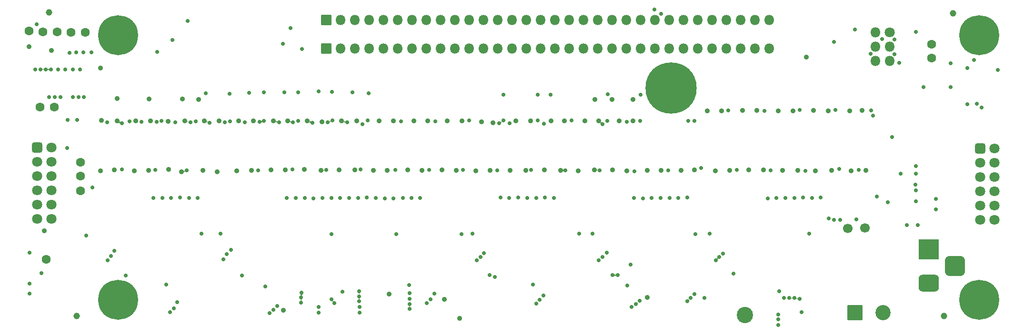
<source format=gbr>
%TF.GenerationSoftware,KiCad,Pcbnew,(6.0.0-0)*%
%TF.CreationDate,2022-08-24T22:51:58-06:00*%
%TF.ProjectId,FlippyDriver,466c6970-7079-4447-9269-7665722e6b69,C.2*%
%TF.SameCoordinates,Original*%
%TF.FileFunction,Soldermask,Bot*%
%TF.FilePolarity,Negative*%
%FSLAX46Y46*%
G04 Gerber Fmt 4.6, Leading zero omitted, Abs format (unit mm)*
G04 Created by KiCad (PCBNEW (6.0.0-0)) date 2022-08-24 22:51:58*
%MOMM*%
%LPD*%
G01*
G04 APERTURE LIST*
G04 Aperture macros list*
%AMRoundRect*
0 Rectangle with rounded corners*
0 $1 Rounding radius*
0 $2 $3 $4 $5 $6 $7 $8 $9 X,Y pos of 4 corners*
0 Add a 4 corners polygon primitive as box body*
4,1,4,$2,$3,$4,$5,$6,$7,$8,$9,$2,$3,0*
0 Add four circle primitives for the rounded corners*
1,1,$1+$1,$2,$3*
1,1,$1+$1,$4,$5*
1,1,$1+$1,$6,$7*
1,1,$1+$1,$8,$9*
0 Add four rect primitives between the rounded corners*
20,1,$1+$1,$2,$3,$4,$5,0*
20,1,$1+$1,$4,$5,$6,$7,0*
20,1,$1+$1,$6,$7,$8,$9,0*
20,1,$1+$1,$8,$9,$2,$3,0*%
G04 Aperture macros list end*
%ADD10C,1.152000*%
%ADD11C,1.800000*%
%ADD12O,1.800000X1.800000*%
%ADD13RoundRect,0.050000X0.850000X-0.850000X0.850000X0.850000X-0.850000X0.850000X-0.850000X-0.850000X0*%
%ADD14C,7.100000*%
%ADD15C,4.000000*%
%ADD16C,9.100000*%
%ADD17C,5.000000*%
%ADD18RoundRect,0.925000X0.875000X-0.875000X0.875000X0.875000X-0.875000X0.875000X-0.875000X-0.875000X0*%
%ADD19RoundRect,0.800000X1.000000X-0.750000X1.000000X0.750000X-1.000000X0.750000X-1.000000X-0.750000X0*%
%ADD20RoundRect,0.050000X1.750000X-1.750000X1.750000X1.750000X-1.750000X1.750000X-1.750000X-1.750000X0*%
%ADD21C,2.900000*%
%ADD22C,2.700000*%
%ADD23RoundRect,0.050000X-1.300000X-1.300000X1.300000X-1.300000X1.300000X1.300000X-1.300000X1.300000X0*%
%ADD24RoundRect,0.300000X-0.600000X-0.600000X0.600000X-0.600000X0.600000X0.600000X-0.600000X0.600000X0*%
%ADD25C,1.600000*%
%ADD26C,0.700000*%
%ADD27C,0.900000*%
%ADD28C,1.700000*%
G04 APERTURE END LIST*
D10*
%TO.C,REF\u002A\u002A*%
X220100000Y-123900000D03*
%TD*%
%TO.C,REF\u002A\u002A*%
X221700000Y-70000000D03*
%TD*%
%TO.C,REF\u002A\u002A*%
X61000000Y-69900000D03*
%TD*%
%TO.C,REF\u002A\u002A*%
X65900000Y-123900000D03*
%TD*%
D11*
%TO.C,J6*%
X210425000Y-73425000D03*
D12*
X207885000Y-73425000D03*
X210425000Y-75965000D03*
X207885000Y-75965000D03*
X210425000Y-78505000D03*
X207885000Y-78505000D03*
%TD*%
D13*
%TO.C,J3*%
X110230000Y-76340000D03*
X110230000Y-71260000D03*
D12*
X112770000Y-76340000D03*
X112770000Y-71260000D03*
X115310000Y-76340000D03*
X115310000Y-71260000D03*
X117850000Y-76340000D03*
X117850000Y-71260000D03*
X120390000Y-76340000D03*
X120390000Y-71260000D03*
X122930000Y-76340000D03*
X122930000Y-71260000D03*
X125470000Y-76340000D03*
X125470000Y-71260000D03*
X128010000Y-76340000D03*
X128010000Y-71260000D03*
X130550000Y-76340000D03*
X130550000Y-71260000D03*
X133090000Y-76340000D03*
X133090000Y-71260000D03*
X135630000Y-76340000D03*
X135630000Y-71260000D03*
X138170000Y-76340000D03*
X138170000Y-71260000D03*
X140710000Y-76340000D03*
X140710000Y-71260000D03*
X143250000Y-76340000D03*
X143250000Y-71260000D03*
X145790000Y-76340000D03*
X145790000Y-71260000D03*
X148330000Y-76340000D03*
X148330000Y-71260000D03*
X150870000Y-76340000D03*
X150870000Y-71260000D03*
X153410000Y-76340000D03*
X153410000Y-71260000D03*
X155950000Y-76340000D03*
X155950000Y-71260000D03*
X158490000Y-76340000D03*
X158490000Y-71260000D03*
X161030000Y-76340000D03*
X161030000Y-71260000D03*
X163570000Y-76340000D03*
X163570000Y-71260000D03*
X166110000Y-76340000D03*
X166110000Y-71260000D03*
X168650000Y-76340000D03*
X168650000Y-71260000D03*
X171190000Y-76340000D03*
X171190000Y-71260000D03*
X173730000Y-76340000D03*
X173730000Y-71260000D03*
X176270000Y-76340000D03*
X176270000Y-71260000D03*
X178810000Y-76340000D03*
X178810000Y-71260000D03*
X181350000Y-76340000D03*
X181350000Y-71260000D03*
X183890000Y-76340000D03*
X183890000Y-71260000D03*
X186430000Y-76340000D03*
X186430000Y-71260000D03*
X188970000Y-76340000D03*
X188970000Y-71260000D03*
%TD*%
D14*
%TO.C,H1*%
X226314000Y-73914000D03*
D15*
X226314000Y-73914000D03*
%TD*%
%TO.C,H2*%
X73279000Y-73914000D03*
D14*
X73279000Y-73914000D03*
%TD*%
D15*
%TO.C,H4*%
X73279000Y-121031000D03*
D14*
X73279000Y-121031000D03*
%TD*%
D16*
%TO.C,H5*%
X171577000Y-83312000D03*
D17*
X171577000Y-83312000D03*
%TD*%
D15*
%TO.C,H3*%
X226314000Y-121031000D03*
D14*
X226314000Y-121031000D03*
%TD*%
D18*
%TO.C,J5*%
X222042500Y-115000000D03*
D19*
X217342500Y-118000000D03*
D20*
X217342500Y-112000000D03*
%TD*%
D21*
%TO.C,TP6*%
X184700000Y-123700000D03*
%TD*%
D22*
%TO.C,J7*%
X209200000Y-123305000D03*
D23*
X204200000Y-123305000D03*
%TD*%
D11*
%TO.C,J1*%
X229037500Y-106750000D03*
X226497500Y-106750000D03*
X229037500Y-104210000D03*
X226497500Y-104210000D03*
X229037500Y-101670000D03*
X226497500Y-101670000D03*
X229037500Y-99130000D03*
X226497500Y-99130000D03*
X229037500Y-96590000D03*
X226497500Y-96590000D03*
X229037500Y-94050000D03*
D24*
X226497500Y-94050000D03*
%TD*%
D11*
%TO.C,J2*%
X61387500Y-106650000D03*
X58847500Y-106650000D03*
X61387500Y-104110000D03*
X58847500Y-104110000D03*
X61387500Y-101570000D03*
X58847500Y-101570000D03*
X61387500Y-99030000D03*
X58847500Y-99030000D03*
X61387500Y-96490000D03*
X58847500Y-96490000D03*
X61387500Y-93950000D03*
D24*
X58847500Y-93950000D03*
%TD*%
D25*
%TO.C,TP12*%
X59900000Y-73300000D03*
%TD*%
%TO.C,TP11*%
X57400000Y-73200000D03*
%TD*%
%TO.C,TP15*%
X66600000Y-99000000D03*
%TD*%
%TO.C,TP2*%
X64900000Y-73400000D03*
%TD*%
%TO.C,TP4*%
X59400000Y-86700000D03*
%TD*%
%TO.C,TP13*%
X60500000Y-113800000D03*
%TD*%
%TO.C,TP7*%
X66600000Y-96500000D03*
%TD*%
%TO.C,TP14*%
X66600000Y-101600000D03*
%TD*%
%TO.C,TP3*%
X67400000Y-73400000D03*
%TD*%
%TO.C,TP1*%
X62400000Y-73300000D03*
%TD*%
%TO.C,TP9*%
X217900000Y-78000000D03*
%TD*%
%TO.C,TP5*%
X61900000Y-86700000D03*
%TD*%
%TO.C,TP10*%
X217900000Y-75500000D03*
%TD*%
D26*
X116734450Y-89766926D03*
X113950688Y-89450688D03*
X117800000Y-84300000D03*
X114900000Y-84050000D03*
X141750000Y-84500500D03*
X73905743Y-89595633D03*
X141009669Y-89591706D03*
X71300000Y-89400000D03*
X147878528Y-84500500D03*
X110534574Y-89466802D03*
X142834339Y-89565659D03*
X107800688Y-89500688D03*
X150125458Y-84500500D03*
X148954539Y-89648948D03*
X160295016Y-84450500D03*
X111250000Y-84000000D03*
X159393090Y-89796490D03*
X108900000Y-83950000D03*
X166100000Y-84500000D03*
X80095463Y-89342379D03*
X163699500Y-89300000D03*
X77450688Y-89350688D03*
X175750000Y-89150000D03*
X104377611Y-89423764D03*
X174600000Y-89200000D03*
X101846692Y-89454683D03*
X105300000Y-84100000D03*
X102800000Y-84100000D03*
X86110106Y-89410106D03*
X83450688Y-89450688D03*
X98375682Y-89352193D03*
X95800000Y-89400000D03*
X93100000Y-84350000D03*
X207500000Y-88200000D03*
X88850500Y-84300000D03*
X92200688Y-89400688D03*
X99200000Y-84100000D03*
X89544744Y-89500000D03*
X96550000Y-84150000D03*
X72600000Y-112300000D03*
X83800000Y-121400000D03*
X93300000Y-112100000D03*
X101500000Y-122100000D03*
X63000000Y-84900000D03*
X100900000Y-122800000D03*
X62000000Y-84900000D03*
X92600000Y-112900000D03*
X83200000Y-122500000D03*
X72000000Y-113200000D03*
X61000000Y-84900000D03*
X82500000Y-123200000D03*
X71400000Y-114000000D03*
X92000000Y-113800000D03*
X100200000Y-123400000D03*
X190600000Y-125500000D03*
X179500000Y-114000000D03*
X65200000Y-84900000D03*
X128100000Y-121600000D03*
X175700000Y-120000000D03*
X158700000Y-114000000D03*
X137000000Y-114000000D03*
X147600000Y-121700000D03*
X164500000Y-122300000D03*
X190600000Y-124500000D03*
X148200000Y-121000000D03*
X165300000Y-121773500D03*
X137700000Y-113400000D03*
X128800000Y-120900000D03*
X159400000Y-113400000D03*
X66200000Y-84900000D03*
X180100000Y-113400000D03*
X175000000Y-120700000D03*
X148877708Y-120277708D03*
X67200000Y-84900000D03*
X129500000Y-119900000D03*
X190600000Y-123600000D03*
X174400000Y-121300000D03*
X166000000Y-121200000D03*
X138300000Y-112700000D03*
X180800000Y-112800000D03*
X160100000Y-112600000D03*
X200500000Y-106800000D03*
X192600000Y-120700000D03*
X199600000Y-106500000D03*
X191600000Y-120700000D03*
X194400000Y-120800000D03*
X204500000Y-106700000D03*
X193500000Y-120700000D03*
X201600000Y-106800000D03*
X124980000Y-118420000D03*
X229600000Y-80100000D03*
X169800000Y-70100000D03*
X190743750Y-119443750D03*
X136250000Y-109275000D03*
X67600000Y-109600000D03*
X85657500Y-71357500D03*
X177500000Y-120700000D03*
X210845516Y-92059511D03*
X81800000Y-118300000D03*
X91425000Y-109225000D03*
X99450000Y-118600000D03*
X216400000Y-83200000D03*
X58500000Y-80000000D03*
X163762500Y-118437500D03*
X146982500Y-118267500D03*
X178395000Y-109255000D03*
X113165000Y-119535000D03*
X57500000Y-118100000D03*
X58800000Y-72000000D03*
X157595000Y-109255000D03*
X102537500Y-75462500D03*
X211300000Y-74700000D03*
X224200000Y-79800000D03*
X224200000Y-86200000D03*
X213500000Y-107700000D03*
X221300000Y-78900000D03*
X221300000Y-83200000D03*
X211300000Y-77300000D03*
X215400000Y-107700000D03*
D27*
X106400000Y-97800000D03*
X142950000Y-97950000D03*
X185400000Y-97900000D03*
X76400000Y-89200000D03*
X57400000Y-76000000D03*
X203300000Y-87400000D03*
X156200000Y-89200000D03*
X121400000Y-120000000D03*
X125800000Y-89200000D03*
X184300000Y-87300000D03*
X60100000Y-108700000D03*
X88325000Y-98000000D03*
X179400000Y-98100000D03*
X190600000Y-87400000D03*
X124725000Y-97900000D03*
X144000000Y-89200000D03*
D26*
X200500000Y-75100000D03*
D27*
X197200000Y-98100000D03*
X134000000Y-124300000D03*
X162300000Y-89200000D03*
D26*
X161179895Y-116620104D03*
X62600000Y-80000000D03*
D27*
X112575000Y-97900000D03*
X136875000Y-98025000D03*
X196900000Y-87300000D03*
X137900000Y-89300000D03*
X150200000Y-89200000D03*
D26*
X139300000Y-116600000D03*
X164400000Y-114700000D03*
D27*
X100425000Y-97875000D03*
X70300000Y-89100000D03*
X131300000Y-120900000D03*
X191400000Y-98000000D03*
X155075000Y-98025000D03*
X167300000Y-98000000D03*
X113000000Y-89200000D03*
X82165879Y-89296544D03*
X94350000Y-98075000D03*
X203600000Y-98100000D03*
X161175000Y-97875000D03*
D26*
X105800000Y-120600000D03*
D27*
X119700000Y-89200000D03*
X88600000Y-89200000D03*
X173300000Y-98000000D03*
X100900000Y-89200000D03*
D26*
X225900000Y-86100000D03*
D27*
X149025000Y-97925000D03*
X70163714Y-98063714D03*
X167300000Y-120600000D03*
X82205503Y-97819497D03*
X76100000Y-98100000D03*
X118650000Y-98000000D03*
X130800000Y-97925000D03*
D26*
X207000000Y-77200000D03*
D27*
X94700000Y-89200000D03*
D26*
X64206033Y-94000000D03*
D27*
X102600000Y-122900000D03*
X131800000Y-89200000D03*
X106900000Y-89200000D03*
X195600000Y-77800000D03*
X178000000Y-87400000D03*
X115300000Y-97900000D03*
X134400000Y-89200000D03*
X164800000Y-85400000D03*
X97326500Y-89200000D03*
X127300000Y-98000000D03*
X139400000Y-98000000D03*
X128300000Y-89200000D03*
X145700000Y-98000000D03*
X199500000Y-87400000D03*
X72600000Y-97900000D03*
X186800000Y-87300000D03*
D26*
X196127708Y-109227708D03*
D27*
X152600000Y-89200000D03*
X163700000Y-98100000D03*
X206200000Y-98000000D03*
X146600000Y-89200000D03*
D26*
X175900000Y-109300000D03*
D27*
X180500000Y-87400000D03*
X73100000Y-89200000D03*
X85118837Y-89200000D03*
D26*
X57500000Y-119900000D03*
X134300000Y-109300000D03*
D27*
X79039504Y-89196963D03*
X164800000Y-89200000D03*
D28*
X206000000Y-108200000D03*
D27*
X161099999Y-85400001D03*
D26*
X122700000Y-109300000D03*
D27*
X87600000Y-85400000D03*
X91200000Y-89200000D03*
X84500000Y-98200000D03*
X115700000Y-89200000D03*
X169800000Y-98000000D03*
X122200000Y-89200000D03*
D26*
X111200000Y-109300000D03*
D27*
X139900000Y-89500000D03*
X158700000Y-89200000D03*
X78800000Y-85300000D03*
X182000000Y-98000000D03*
X78700000Y-97967447D03*
X194100000Y-98000000D03*
X200100000Y-98000000D03*
X188000000Y-97900000D03*
X109300000Y-98000000D03*
X84700000Y-85300000D03*
X121100000Y-98000000D03*
D28*
X203000000Y-108300000D03*
D27*
X109500000Y-89300000D03*
X193200000Y-87400000D03*
X103000000Y-97900000D03*
D26*
X88100000Y-109200000D03*
D27*
X70100000Y-79800000D03*
X133400000Y-98000000D03*
X103400000Y-89200000D03*
X73106243Y-85217396D03*
X157900000Y-97900000D03*
X175672205Y-97872205D03*
X97000000Y-98000000D03*
X158000000Y-85400000D03*
X151900000Y-98000000D03*
X205500000Y-87300000D03*
X90900000Y-98200000D03*
D26*
X155200000Y-109200000D03*
X63900000Y-80000000D03*
X59600000Y-116300000D03*
X57500000Y-112600000D03*
X82900000Y-74747500D03*
X108900000Y-123300000D03*
X116200000Y-123300000D03*
X68500000Y-77000000D03*
X209100000Y-74600000D03*
X105975000Y-76425000D03*
X212100000Y-78800000D03*
X226800000Y-86800000D03*
X125100000Y-121750000D03*
X182685445Y-116373500D03*
X125050000Y-119850000D03*
X140250000Y-116925000D03*
X125100000Y-120800000D03*
X162044309Y-116639756D03*
X125100000Y-122650000D03*
X194800000Y-123200000D03*
X66000000Y-89000000D03*
X116100000Y-119500000D03*
X116100000Y-120400000D03*
X61300000Y-80000000D03*
X60400000Y-80000000D03*
X116100000Y-121300000D03*
X105800000Y-121500000D03*
X59500000Y-80000000D03*
X64300000Y-89000000D03*
X105863249Y-119763250D03*
X66500000Y-80000000D03*
X225400000Y-78300000D03*
X65200000Y-80000000D03*
X215100000Y-73300000D03*
X123550000Y-89250000D03*
X119075000Y-102875000D03*
X117495000Y-102805000D03*
X122525000Y-97925000D03*
X129650000Y-89275000D03*
X122235000Y-102985000D03*
X120655000Y-102980000D03*
X128550000Y-97850000D03*
X135700000Y-89100000D03*
X125425000Y-102900000D03*
X134600000Y-97900000D03*
X123862292Y-102882292D03*
X141225000Y-102825000D03*
X141750000Y-89125000D03*
X126975000Y-102850000D03*
X140675000Y-97950000D03*
X147825000Y-89100000D03*
X144391666Y-102808334D03*
X146700000Y-97925000D03*
X142808333Y-102866667D03*
X153900000Y-89100000D03*
X147558332Y-102858332D03*
X152775000Y-97975000D03*
X145974999Y-102925001D03*
X150725000Y-102875000D03*
X160199001Y-89211533D03*
X158875000Y-97950000D03*
X149141665Y-102833335D03*
X166025000Y-89150000D03*
X166550000Y-102975000D03*
X164975000Y-102850000D03*
X165025000Y-98150000D03*
X171050000Y-97950000D03*
X168125000Y-102850000D03*
X176852708Y-97577708D03*
X169700000Y-102875000D03*
X181750000Y-87275000D03*
X171275000Y-102850000D03*
X183225000Y-97850000D03*
X172848708Y-102850844D03*
X188150000Y-87425000D03*
X174425000Y-102800000D03*
X188725000Y-102950000D03*
X189250000Y-97975000D03*
X194450000Y-87250000D03*
X190300000Y-102875000D03*
X191875000Y-102900000D03*
X195400000Y-98100000D03*
X193450000Y-102925000D03*
X200750000Y-87250000D03*
X195025000Y-102825000D03*
X201422023Y-97730111D03*
X196600000Y-102875000D03*
X207100000Y-87300000D03*
X198175000Y-102825000D03*
X204950000Y-97875000D03*
X116375000Y-97825000D03*
X114335000Y-102885000D03*
X75325000Y-89250000D03*
X81108333Y-102916667D03*
X115915000Y-102890000D03*
X117599001Y-89125000D03*
X79519863Y-102869863D03*
X73978170Y-97846830D03*
X110300000Y-97925000D03*
X111175000Y-102875000D03*
X81000000Y-89150000D03*
X84274999Y-102825001D03*
X112755000Y-102920000D03*
X111350000Y-89075000D03*
X79900000Y-97900000D03*
X82691666Y-102858334D03*
X108015000Y-102965000D03*
X104250000Y-97770478D03*
X87441665Y-102916665D03*
X87075000Y-89275000D03*
X105300000Y-89150000D03*
X109595000Y-102880000D03*
X85467000Y-98017954D03*
X85858332Y-102866668D03*
X104855000Y-102920000D03*
X98175000Y-97975000D03*
X93150000Y-89250000D03*
X103275000Y-102925000D03*
X106435000Y-102885000D03*
X99200000Y-89175000D03*
X103900000Y-72700000D03*
X168600000Y-69400000D03*
X218666511Y-103033489D03*
X108900000Y-122300000D03*
X208100000Y-102600000D03*
X218600000Y-104900000D03*
X215100000Y-103500000D03*
X215000000Y-100500000D03*
X116200000Y-122300000D03*
X68700000Y-101000000D03*
X74600000Y-116700000D03*
X111173500Y-120903319D03*
X95300000Y-116700000D03*
X111700000Y-121600000D03*
X67100000Y-77000000D03*
X204200000Y-72900000D03*
X210055503Y-103644497D03*
X65800000Y-77000000D03*
X215090807Y-101510000D03*
X64600000Y-77100000D03*
X212400000Y-98600000D03*
X215100000Y-97200000D03*
D27*
X61400000Y-76600000D03*
D26*
X80200000Y-76900000D03*
X215100000Y-98600000D03*
G36*
X190701446Y-123932920D02*
G01*
X190701759Y-123934896D01*
X190700940Y-123935882D01*
X190651093Y-123966563D01*
X190620614Y-124030008D01*
X190629274Y-124099858D01*
X190674416Y-124154049D01*
X190692914Y-124162772D01*
X190694054Y-124164415D01*
X190693201Y-124166224D01*
X190691748Y-124166556D01*
X190600000Y-124152025D01*
X190501994Y-124167547D01*
X190500127Y-124166831D01*
X190499814Y-124164855D01*
X190500612Y-124163882D01*
X190550427Y-124132373D01*
X190580127Y-124068561D01*
X190570612Y-123998822D01*
X190524803Y-123945177D01*
X190508379Y-123937433D01*
X190507239Y-123935790D01*
X190508092Y-123933981D01*
X190509545Y-123933649D01*
X190600000Y-123947975D01*
X190699579Y-123932204D01*
X190701446Y-123932920D01*
G37*
G36*
X125201446Y-122082920D02*
G01*
X125201759Y-122084896D01*
X125200940Y-122085882D01*
X125151093Y-122116563D01*
X125120614Y-122180008D01*
X125129274Y-122249858D01*
X125174416Y-122304049D01*
X125192914Y-122312772D01*
X125194054Y-122314415D01*
X125193201Y-122316224D01*
X125191748Y-122316556D01*
X125100000Y-122302025D01*
X125001994Y-122317547D01*
X125000127Y-122316831D01*
X124999814Y-122314855D01*
X125000612Y-122313882D01*
X125050427Y-122282373D01*
X125080127Y-122218561D01*
X125070612Y-122148822D01*
X125024803Y-122095177D01*
X125008379Y-122087433D01*
X125007239Y-122085790D01*
X125008092Y-122083981D01*
X125009545Y-122083649D01*
X125100000Y-122097975D01*
X125199579Y-122082204D01*
X125201446Y-122082920D01*
G37*
G36*
X165684486Y-121337813D02*
G01*
X165718483Y-121404536D01*
X165793983Y-121480036D01*
X165794501Y-121481968D01*
X165793087Y-121483382D01*
X165791975Y-121483360D01*
X165737930Y-121466540D01*
X165670084Y-121485281D01*
X165623142Y-121537725D01*
X165611982Y-121607367D01*
X165620105Y-121635969D01*
X165619616Y-121637908D01*
X165617692Y-121638454D01*
X165616399Y-121637423D01*
X165581517Y-121568964D01*
X165506382Y-121493829D01*
X165505864Y-121491897D01*
X165507278Y-121490483D01*
X165508367Y-121490498D01*
X165563764Y-121506999D01*
X165631373Y-121487432D01*
X165677672Y-121434419D01*
X165687983Y-121364633D01*
X165680780Y-121339267D01*
X165681269Y-121337328D01*
X165683193Y-121336782D01*
X165684486Y-121337813D01*
G37*
G36*
X111473281Y-121078618D02*
G01*
X111473404Y-121080579D01*
X111469906Y-121087799D01*
X111458256Y-121157519D01*
X111486030Y-121222192D01*
X111544351Y-121261578D01*
X111608258Y-121262535D01*
X111609975Y-121263561D01*
X111609945Y-121265561D01*
X111608541Y-121266510D01*
X111592471Y-121269055D01*
X111495464Y-121318483D01*
X111418483Y-121395464D01*
X111398387Y-121434903D01*
X111396710Y-121435992D01*
X111394928Y-121435084D01*
X111394795Y-121433145D01*
X111403702Y-121414174D01*
X111414500Y-121344316D01*
X111385939Y-121279987D01*
X111327128Y-121241309D01*
X111267566Y-121240416D01*
X111265849Y-121239390D01*
X111265879Y-121237390D01*
X111267283Y-121236441D01*
X111281029Y-121234264D01*
X111378036Y-121184836D01*
X111455017Y-121107855D01*
X111469822Y-121078799D01*
X111471499Y-121077710D01*
X111473281Y-121078618D01*
G37*
G36*
X174670563Y-120810489D02*
G01*
X174718483Y-120904536D01*
X174795464Y-120981517D01*
X174879821Y-121024499D01*
X174880910Y-121026176D01*
X174880002Y-121027958D01*
X174878879Y-121028281D01*
X174816302Y-121027203D01*
X174756445Y-121064231D01*
X174726111Y-121127735D01*
X174734612Y-121191107D01*
X174733851Y-121192957D01*
X174731869Y-121193223D01*
X174730848Y-121192281D01*
X174681517Y-121095464D01*
X174604536Y-121018483D01*
X174520876Y-120975856D01*
X174519787Y-120974179D01*
X174520695Y-120972397D01*
X174521794Y-120972074D01*
X174585764Y-120972394D01*
X174645166Y-120934638D01*
X174674727Y-120870756D01*
X174666799Y-120811663D01*
X174667560Y-120809813D01*
X174669542Y-120809547D01*
X174670563Y-120810489D01*
G37*
G36*
X105901446Y-120932920D02*
G01*
X105901759Y-120934896D01*
X105900940Y-120935882D01*
X105851093Y-120966563D01*
X105820614Y-121030008D01*
X105829274Y-121099858D01*
X105874416Y-121154049D01*
X105892914Y-121162772D01*
X105894054Y-121164415D01*
X105893201Y-121166224D01*
X105891748Y-121166556D01*
X105800000Y-121152025D01*
X105701994Y-121167547D01*
X105700127Y-121166831D01*
X105699814Y-121164855D01*
X105700612Y-121163882D01*
X105750427Y-121132373D01*
X105780127Y-121068561D01*
X105770612Y-120998822D01*
X105724803Y-120945177D01*
X105708379Y-120937433D01*
X105707239Y-120935790D01*
X105708092Y-120933981D01*
X105709545Y-120933649D01*
X105800000Y-120947975D01*
X105899579Y-120932204D01*
X105901446Y-120932920D01*
G37*
G36*
X116201446Y-120732920D02*
G01*
X116201759Y-120734896D01*
X116200940Y-120735882D01*
X116151093Y-120766563D01*
X116120614Y-120830008D01*
X116129274Y-120899858D01*
X116174416Y-120954049D01*
X116192914Y-120962772D01*
X116194054Y-120964415D01*
X116193201Y-120966224D01*
X116191748Y-120966556D01*
X116100000Y-120952025D01*
X116001994Y-120967547D01*
X116000127Y-120966831D01*
X115999814Y-120964855D01*
X116000612Y-120963882D01*
X116050427Y-120932373D01*
X116080127Y-120868561D01*
X116070612Y-120798822D01*
X116024803Y-120745177D01*
X116008379Y-120737433D01*
X116007239Y-120735790D01*
X116008092Y-120733981D01*
X116009545Y-120733649D01*
X116100000Y-120747975D01*
X116199579Y-120732204D01*
X116201446Y-120732920D01*
G37*
G36*
X193841466Y-120633796D02*
G01*
X193870470Y-120697400D01*
X193929659Y-120735486D01*
X194000045Y-120735526D01*
X194059410Y-120697420D01*
X194071622Y-120678649D01*
X194073404Y-120677743D01*
X194075081Y-120678833D01*
X194075080Y-120680648D01*
X194069055Y-120692471D01*
X194052025Y-120800000D01*
X194067227Y-120895985D01*
X194066511Y-120897852D01*
X194064535Y-120898165D01*
X194063421Y-120897103D01*
X194062310Y-120894578D01*
X194062158Y-120894032D01*
X194058925Y-120869303D01*
X194030385Y-120804635D01*
X193971664Y-120765827D01*
X193901285Y-120764928D01*
X193841459Y-120802303D01*
X193827227Y-120823606D01*
X193825433Y-120824491D01*
X193823770Y-120823380D01*
X193823782Y-120821587D01*
X193830945Y-120807529D01*
X193847975Y-120700000D01*
X193837671Y-120634939D01*
X193838387Y-120633072D01*
X193840363Y-120632759D01*
X193841466Y-120633796D01*
G37*
G36*
X193167592Y-120598145D02*
G01*
X193167926Y-120599601D01*
X193152025Y-120700000D01*
X193167654Y-120798681D01*
X193166938Y-120800548D01*
X193164962Y-120800861D01*
X193164149Y-120800283D01*
X193120009Y-120747891D01*
X193052759Y-120727126D01*
X192984950Y-120746019D01*
X192938410Y-120797780D01*
X192935500Y-120803787D01*
X192933845Y-120804910D01*
X192932045Y-120804038D01*
X192931725Y-120802602D01*
X192947975Y-120700000D01*
X192932352Y-120601357D01*
X192933068Y-120599490D01*
X192935044Y-120599177D01*
X192935841Y-120599737D01*
X192981950Y-120653128D01*
X193049451Y-120673071D01*
X193117022Y-120653351D01*
X193162927Y-120601023D01*
X193164141Y-120598438D01*
X193165782Y-120597295D01*
X193167592Y-120598145D01*
G37*
G36*
X105685120Y-120058222D02*
G01*
X105755720Y-120094195D01*
X105863249Y-120111225D01*
X105970778Y-120094195D01*
X106025804Y-120066158D01*
X106027801Y-120066263D01*
X106028709Y-120068045D01*
X106027758Y-120069644D01*
X105988987Y-120093449D01*
X105990619Y-120096107D01*
X105990673Y-120098106D01*
X105989973Y-120098850D01*
X105959358Y-120117925D01*
X105929226Y-120181533D01*
X105938266Y-120251330D01*
X105981939Y-120302653D01*
X105982300Y-120304620D01*
X105980777Y-120305916D01*
X105979508Y-120305731D01*
X105907529Y-120269055D01*
X105800000Y-120252025D01*
X105692471Y-120269055D01*
X105634798Y-120298441D01*
X105632801Y-120298336D01*
X105631893Y-120296554D01*
X105632823Y-120294968D01*
X105670237Y-120271362D01*
X105669521Y-120270227D01*
X105669442Y-120268229D01*
X105670143Y-120267470D01*
X105705192Y-120245303D01*
X105734893Y-120181492D01*
X105725380Y-120111747D01*
X105682685Y-120061296D01*
X105682330Y-120059328D01*
X105683856Y-120058036D01*
X105685120Y-120058222D01*
G37*
G36*
X116201446Y-119832920D02*
G01*
X116201759Y-119834896D01*
X116200940Y-119835882D01*
X116151093Y-119866563D01*
X116120614Y-119930008D01*
X116129274Y-119999858D01*
X116174416Y-120054049D01*
X116192914Y-120062772D01*
X116194054Y-120064415D01*
X116193201Y-120066224D01*
X116191748Y-120066556D01*
X116100000Y-120052025D01*
X116001994Y-120067547D01*
X116000127Y-120066831D01*
X115999814Y-120064855D01*
X116000612Y-120063882D01*
X116050427Y-120032373D01*
X116080127Y-119968561D01*
X116070612Y-119898822D01*
X116024803Y-119845177D01*
X116008379Y-119837433D01*
X116007239Y-119835790D01*
X116008092Y-119833981D01*
X116009545Y-119833649D01*
X116100000Y-119847975D01*
X116199579Y-119832204D01*
X116201446Y-119832920D01*
G37*
G36*
X161731531Y-116495242D02*
G01*
X161731419Y-116496793D01*
X161713364Y-116532227D01*
X161696334Y-116639756D01*
X161713364Y-116747285D01*
X161720994Y-116762259D01*
X161720889Y-116764256D01*
X161719107Y-116765164D01*
X161717682Y-116764456D01*
X161676725Y-116715841D01*
X161609475Y-116695075D01*
X161541666Y-116713967D01*
X161496780Y-116763889D01*
X161494879Y-116764509D01*
X161493391Y-116763171D01*
X161493511Y-116761644D01*
X161510840Y-116727633D01*
X161527870Y-116620104D01*
X161510840Y-116512575D01*
X161503536Y-116498240D01*
X161503641Y-116496243D01*
X161505423Y-116495335D01*
X161506832Y-116496025D01*
X161548875Y-116544710D01*
X161616376Y-116564653D01*
X161683948Y-116544934D01*
X161728134Y-116494566D01*
X161730027Y-116493923D01*
X161731531Y-116495242D01*
G37*
G36*
X179770563Y-113510489D02*
G01*
X179818483Y-113604536D01*
X179895464Y-113681517D01*
X179979821Y-113724499D01*
X179980910Y-113726176D01*
X179980002Y-113727958D01*
X179978879Y-113728281D01*
X179916302Y-113727203D01*
X179856445Y-113764231D01*
X179826111Y-113827735D01*
X179834612Y-113891107D01*
X179833851Y-113892957D01*
X179831869Y-113893223D01*
X179830848Y-113892281D01*
X179781517Y-113795464D01*
X179704536Y-113718483D01*
X179620876Y-113675856D01*
X179619787Y-113674179D01*
X179620695Y-113672397D01*
X179621794Y-113672074D01*
X179685764Y-113672394D01*
X179745166Y-113634638D01*
X179774727Y-113570756D01*
X179766799Y-113511663D01*
X179767560Y-113509813D01*
X179769542Y-113509547D01*
X179770563Y-113510489D01*
G37*
G36*
X85130130Y-97943056D02*
G01*
X85130625Y-97944714D01*
X85119025Y-98017954D01*
X85136055Y-98125483D01*
X85177698Y-98207211D01*
X85177593Y-98209208D01*
X85175811Y-98210116D01*
X85174385Y-98209406D01*
X85162871Y-98195709D01*
X85103989Y-98156608D01*
X85033611Y-98155554D01*
X84973848Y-98192707D01*
X84943921Y-98257971D01*
X84942290Y-98259128D01*
X84940472Y-98258295D01*
X84940131Y-98256805D01*
X84947868Y-98210817D01*
X84947998Y-98200131D01*
X84929973Y-98074268D01*
X84883317Y-97971653D01*
X84883511Y-97969662D01*
X84885331Y-97968834D01*
X84886725Y-97969607D01*
X84899348Y-97986058D01*
X84901208Y-97985812D01*
X84902000Y-97986405D01*
X84932820Y-98024650D01*
X84999605Y-98046879D01*
X85067802Y-98029472D01*
X85115859Y-97977855D01*
X85126745Y-97943792D01*
X85128225Y-97942447D01*
X85130130Y-97943056D01*
G37*
G36*
X152286725Y-97769607D02*
G01*
X152290151Y-97774072D01*
X152347234Y-97815753D01*
X152417466Y-97819937D01*
X152483391Y-97780712D01*
X152484459Y-97779504D01*
X152486356Y-97778868D01*
X152487854Y-97780192D01*
X152487740Y-97781736D01*
X152444055Y-97867471D01*
X152427025Y-97975000D01*
X152444055Y-98082529D01*
X152493483Y-98179536D01*
X152494298Y-98180351D01*
X152494816Y-98182283D01*
X152493402Y-98183697D01*
X152491778Y-98183431D01*
X152443941Y-98151663D01*
X152373563Y-98150609D01*
X152313680Y-98187836D01*
X152291406Y-98223299D01*
X152290612Y-98225215D01*
X152290351Y-98225667D01*
X152283501Y-98234595D01*
X152281653Y-98235361D01*
X152280066Y-98234143D01*
X152280114Y-98232506D01*
X152326774Y-98136200D01*
X152347868Y-98010817D01*
X152347998Y-98000131D01*
X152329973Y-97874268D01*
X152283317Y-97771653D01*
X152283511Y-97769662D01*
X152285331Y-97768834D01*
X152286725Y-97769607D01*
G37*
G36*
X109966333Y-97829873D02*
G01*
X109966828Y-97831532D01*
X109952025Y-97925000D01*
X109969055Y-98032529D01*
X109976379Y-98046903D01*
X109976274Y-98048900D01*
X109974492Y-98049808D01*
X109973067Y-98049100D01*
X109932196Y-98000588D01*
X109864946Y-97979823D01*
X109797142Y-97998715D01*
X109750223Y-98051367D01*
X109739261Y-98088562D01*
X109735590Y-98116447D01*
X109735455Y-98116951D01*
X109733033Y-98122799D01*
X109731446Y-98124017D01*
X109729598Y-98123252D01*
X109729213Y-98121702D01*
X109747868Y-98010817D01*
X109747998Y-98000131D01*
X109729973Y-97874268D01*
X109725255Y-97863891D01*
X109725449Y-97861900D01*
X109727269Y-97861072D01*
X109728633Y-97861808D01*
X109768918Y-97911799D01*
X109835703Y-97934028D01*
X109903900Y-97916621D01*
X109951958Y-97865004D01*
X109962948Y-97830610D01*
X109964428Y-97829265D01*
X109966333Y-97829873D01*
G37*
G36*
X146366333Y-97829873D02*
G01*
X146366828Y-97831532D01*
X146352025Y-97925000D01*
X146369055Y-98032529D01*
X146376379Y-98046903D01*
X146376274Y-98048900D01*
X146374492Y-98049808D01*
X146373067Y-98049100D01*
X146332196Y-98000588D01*
X146264946Y-97979823D01*
X146197142Y-97998715D01*
X146150223Y-98051367D01*
X146139261Y-98088562D01*
X146135590Y-98116447D01*
X146135455Y-98116951D01*
X146133033Y-98122799D01*
X146131446Y-98124017D01*
X146129598Y-98123252D01*
X146129213Y-98121702D01*
X146147868Y-98010817D01*
X146147998Y-98000131D01*
X146129973Y-97874268D01*
X146125255Y-97863891D01*
X146125449Y-97861900D01*
X146127269Y-97861072D01*
X146128633Y-97861808D01*
X146168918Y-97911799D01*
X146235703Y-97934028D01*
X146303900Y-97916621D01*
X146351958Y-97865004D01*
X146362948Y-97830610D01*
X146364428Y-97829265D01*
X146366333Y-97829873D01*
G37*
G36*
X158335078Y-97782138D02*
G01*
X158336878Y-97786484D01*
X158381229Y-97841521D01*
X158448014Y-97863749D01*
X158516200Y-97846345D01*
X158565138Y-97792437D01*
X158567043Y-97791826D01*
X158568524Y-97793171D01*
X158568401Y-97794689D01*
X158544055Y-97842471D01*
X158527025Y-97950000D01*
X158543689Y-98055216D01*
X158542973Y-98057083D01*
X158540997Y-98057396D01*
X158540184Y-98056818D01*
X158499898Y-98008999D01*
X158432647Y-97988234D01*
X158364869Y-98007118D01*
X158319044Y-98061184D01*
X158317161Y-98061859D01*
X158315635Y-98060566D01*
X158315718Y-98059019D01*
X158326774Y-98036200D01*
X158347868Y-97910817D01*
X158347998Y-97900131D01*
X158331250Y-97783187D01*
X158331995Y-97781330D01*
X158333974Y-97781047D01*
X158335078Y-97782138D01*
G37*
G36*
X159140059Y-89275320D02*
G01*
X159140768Y-89277123D01*
X159134148Y-89327400D01*
X159145040Y-89397239D01*
X159191762Y-89449881D01*
X159259685Y-89468949D01*
X159274572Y-89466774D01*
X159276430Y-89467513D01*
X159276719Y-89469492D01*
X159275769Y-89470535D01*
X159188554Y-89514973D01*
X159111573Y-89591954D01*
X159062145Y-89688961D01*
X159053503Y-89743526D01*
X159052245Y-89745080D01*
X159050269Y-89744767D01*
X159049545Y-89743475D01*
X159040502Y-89674907D01*
X158995032Y-89621179D01*
X158927650Y-89600537D01*
X158891095Y-89607587D01*
X158889205Y-89606933D01*
X158888826Y-89604969D01*
X158889670Y-89603919D01*
X158986154Y-89544677D01*
X159071392Y-89450507D01*
X159126774Y-89336200D01*
X159136813Y-89276530D01*
X159138086Y-89274988D01*
X159140059Y-89275320D01*
G37*
G36*
X73550995Y-89200438D02*
G01*
X73551803Y-89201349D01*
X73579397Y-89263726D01*
X73638152Y-89302481D01*
X73708682Y-89303321D01*
X73741597Y-89288689D01*
X73762289Y-89275633D01*
X73762806Y-89275401D01*
X73775682Y-89271721D01*
X73777623Y-89272207D01*
X73778172Y-89274130D01*
X73777140Y-89275426D01*
X73701207Y-89314116D01*
X73624226Y-89391097D01*
X73574798Y-89488104D01*
X73557768Y-89595633D01*
X73565269Y-89642997D01*
X73564553Y-89644864D01*
X73562577Y-89645177D01*
X73561464Y-89644118D01*
X73533607Y-89580998D01*
X73474886Y-89542191D01*
X73404406Y-89541290D01*
X73376896Y-89555046D01*
X73374900Y-89554926D01*
X73374006Y-89553137D01*
X73374955Y-89551553D01*
X73386155Y-89544676D01*
X73471392Y-89450507D01*
X73526774Y-89336200D01*
X73547868Y-89210817D01*
X73547974Y-89202134D01*
X73548995Y-89200414D01*
X73550995Y-89200438D01*
G37*
G36*
X107348851Y-89178399D02*
G01*
X107376345Y-89240547D01*
X107435100Y-89279302D01*
X107505479Y-89280140D01*
X107565597Y-89242406D01*
X107573187Y-89233812D01*
X107573619Y-89233445D01*
X107580862Y-89228875D01*
X107582860Y-89228796D01*
X107583927Y-89230487D01*
X107583343Y-89231980D01*
X107519171Y-89296152D01*
X107469743Y-89393159D01*
X107452713Y-89500688D01*
X107461497Y-89556150D01*
X107460781Y-89558017D01*
X107458805Y-89558330D01*
X107457692Y-89557271D01*
X107429515Y-89493429D01*
X107370794Y-89454622D01*
X107300415Y-89453724D01*
X107240500Y-89491157D01*
X107234879Y-89497959D01*
X107219008Y-89518643D01*
X107218639Y-89519013D01*
X107205862Y-89528817D01*
X107203879Y-89529078D01*
X107202661Y-89527491D01*
X107203161Y-89525888D01*
X107271392Y-89450507D01*
X107326774Y-89336200D01*
X107347868Y-89210817D01*
X107347998Y-89200131D01*
X107345042Y-89179492D01*
X107345787Y-89177635D01*
X107347766Y-89177352D01*
X107348851Y-89178399D01*
G37*
G36*
X141411689Y-89189357D02*
G01*
X141412415Y-89190606D01*
X141419055Y-89232529D01*
X141468483Y-89329536D01*
X141538277Y-89399330D01*
X141538795Y-89401262D01*
X141537381Y-89402676D01*
X141536269Y-89402654D01*
X141476844Y-89384160D01*
X141408999Y-89402901D01*
X141362061Y-89455338D01*
X141351247Y-89526351D01*
X141349998Y-89527913D01*
X141348021Y-89527612D01*
X141347295Y-89526363D01*
X141340614Y-89484177D01*
X141291186Y-89387170D01*
X141221352Y-89317336D01*
X141220834Y-89315404D01*
X141222248Y-89313990D01*
X141223337Y-89314005D01*
X141284061Y-89332092D01*
X141351671Y-89312524D01*
X141397973Y-89259506D01*
X141408463Y-89190618D01*
X141409712Y-89189056D01*
X141411689Y-89189357D01*
G37*
G36*
X89050928Y-89205895D02*
G01*
X89051890Y-89207354D01*
X89052809Y-89214333D01*
X89054868Y-89214062D01*
X89056716Y-89214828D01*
X89057105Y-89215737D01*
X89063522Y-89256876D01*
X89110247Y-89309516D01*
X89178014Y-89328538D01*
X89245460Y-89307856D01*
X89258247Y-89296748D01*
X89260211Y-89296367D01*
X89261522Y-89297877D01*
X89261341Y-89299166D01*
X89213799Y-89392471D01*
X89196769Y-89500000D01*
X89197127Y-89502261D01*
X89196411Y-89504128D01*
X89194435Y-89504441D01*
X89193322Y-89503382D01*
X89167235Y-89444274D01*
X89108514Y-89405467D01*
X89038135Y-89404568D01*
X88980224Y-89440748D01*
X88978225Y-89440818D01*
X88977165Y-89439122D01*
X88977364Y-89438180D01*
X89026774Y-89336200D01*
X89047868Y-89210817D01*
X89047907Y-89207591D01*
X89048928Y-89205871D01*
X89050928Y-89205895D01*
G37*
G36*
X101349638Y-89183894D02*
G01*
X101377043Y-89245843D01*
X101435798Y-89284598D01*
X101506178Y-89285436D01*
X101560349Y-89251432D01*
X101562347Y-89251358D01*
X101563411Y-89253052D01*
X101563194Y-89254034D01*
X101515747Y-89347154D01*
X101498717Y-89454683D01*
X101505429Y-89497063D01*
X101504713Y-89498930D01*
X101502737Y-89499243D01*
X101501624Y-89498184D01*
X101473962Y-89435506D01*
X101415241Y-89396699D01*
X101344862Y-89395801D01*
X101284948Y-89433233D01*
X101283003Y-89435586D01*
X101281129Y-89436284D01*
X101279587Y-89435010D01*
X101279661Y-89433440D01*
X101326774Y-89336200D01*
X101347868Y-89210817D01*
X101347998Y-89200131D01*
X101345829Y-89184987D01*
X101346574Y-89183130D01*
X101348553Y-89182847D01*
X101349638Y-89183894D01*
G37*
G36*
X113449708Y-89184378D02*
G01*
X113477103Y-89246304D01*
X113535858Y-89285059D01*
X113606237Y-89285897D01*
X113662858Y-89250357D01*
X113664856Y-89250283D01*
X113665920Y-89251977D01*
X113665703Y-89252959D01*
X113619743Y-89343159D01*
X113602713Y-89450688D01*
X113609245Y-89491930D01*
X113608529Y-89493797D01*
X113606553Y-89494110D01*
X113605440Y-89493051D01*
X113577824Y-89430476D01*
X113519102Y-89391669D01*
X113448724Y-89390770D01*
X113388809Y-89428201D01*
X113383423Y-89434718D01*
X113381549Y-89435416D01*
X113380007Y-89434142D01*
X113380081Y-89432572D01*
X113426774Y-89336200D01*
X113447868Y-89210817D01*
X113447998Y-89200130D01*
X113445899Y-89185470D01*
X113446644Y-89183614D01*
X113448623Y-89183331D01*
X113449708Y-89184378D01*
G37*
G36*
X98867592Y-89073144D02*
G01*
X98867926Y-89074600D01*
X98852025Y-89175000D01*
X98869055Y-89282529D01*
X98918483Y-89379536D01*
X98922636Y-89383689D01*
X98923154Y-89385621D01*
X98921740Y-89387035D01*
X98920116Y-89386769D01*
X98871073Y-89354203D01*
X98800696Y-89353149D01*
X98740916Y-89390314D01*
X98712076Y-89450349D01*
X98710424Y-89451477D01*
X98708622Y-89450611D01*
X98708298Y-89449170D01*
X98723657Y-89352193D01*
X98706627Y-89244664D01*
X98657199Y-89147657D01*
X98652860Y-89143318D01*
X98652342Y-89141386D01*
X98653756Y-89139972D01*
X98655360Y-89140225D01*
X98705606Y-89172714D01*
X98775990Y-89172908D01*
X98835313Y-89135017D01*
X98856904Y-89088628D01*
X98857060Y-89088518D01*
X98864141Y-89073437D01*
X98865782Y-89072294D01*
X98867592Y-89073144D01*
G37*
G36*
X103850869Y-89192489D02*
G01*
X103878132Y-89254117D01*
X103936887Y-89292872D01*
X104007267Y-89293710D01*
X104067056Y-89256284D01*
X104080843Y-89235350D01*
X104081014Y-89235126D01*
X104087068Y-89228271D01*
X104088964Y-89227635D01*
X104090463Y-89228959D01*
X104090349Y-89230503D01*
X104046666Y-89316235D01*
X104029636Y-89423764D01*
X104033679Y-89449291D01*
X104032963Y-89451158D01*
X104030987Y-89451471D01*
X104029874Y-89450412D01*
X104002873Y-89389233D01*
X103944152Y-89350426D01*
X103873772Y-89349528D01*
X103813974Y-89386888D01*
X103791885Y-89422141D01*
X103790611Y-89425217D01*
X103790350Y-89425670D01*
X103783500Y-89434597D01*
X103781652Y-89435362D01*
X103780065Y-89434144D01*
X103780113Y-89432507D01*
X103826774Y-89336200D01*
X103847868Y-89210817D01*
X103847998Y-89200131D01*
X103847060Y-89193582D01*
X103847805Y-89191725D01*
X103849784Y-89191442D01*
X103850869Y-89192489D01*
G37*
G36*
X85569811Y-89202107D02*
G01*
X85570619Y-89203018D01*
X85598556Y-89266169D01*
X85657311Y-89304924D01*
X85727692Y-89305762D01*
X85787480Y-89268335D01*
X85807137Y-89238490D01*
X85816845Y-89217812D01*
X85817156Y-89217338D01*
X85819563Y-89214612D01*
X85821459Y-89213976D01*
X85822958Y-89215300D01*
X85822844Y-89216844D01*
X85779161Y-89302577D01*
X85762131Y-89410106D01*
X85763621Y-89419518D01*
X85762905Y-89421385D01*
X85760929Y-89421698D01*
X85759816Y-89420639D01*
X85733449Y-89360895D01*
X85674728Y-89322088D01*
X85604349Y-89321189D01*
X85544550Y-89358549D01*
X85522460Y-89393803D01*
X85509449Y-89425215D01*
X85509188Y-89425667D01*
X85502338Y-89434595D01*
X85500490Y-89435361D01*
X85498903Y-89434143D01*
X85498951Y-89432506D01*
X85545611Y-89336200D01*
X85566705Y-89210817D01*
X85566790Y-89203803D01*
X85567811Y-89202083D01*
X85569811Y-89202107D01*
G37*
G36*
X111010302Y-89131928D02*
G01*
X111011264Y-89133339D01*
X111019055Y-89182529D01*
X111068483Y-89279536D01*
X111099273Y-89310326D01*
X111099534Y-89311301D01*
X111100576Y-89311629D01*
X111129435Y-89340488D01*
X111129953Y-89342420D01*
X111128539Y-89343834D01*
X111126913Y-89343567D01*
X111116469Y-89336615D01*
X111116046Y-89336237D01*
X111097631Y-89314330D01*
X111097489Y-89313526D01*
X111096753Y-89313406D01*
X111038100Y-89274457D01*
X110967722Y-89273403D01*
X110907947Y-89310564D01*
X110877690Y-89374275D01*
X110877420Y-89409018D01*
X110876407Y-89410742D01*
X110874407Y-89410726D01*
X110873445Y-89409315D01*
X110865519Y-89359273D01*
X110816091Y-89262266D01*
X110787541Y-89233716D01*
X110787023Y-89231784D01*
X110788437Y-89230370D01*
X110790041Y-89230622D01*
X110847854Y-89268003D01*
X110918238Y-89268197D01*
X110977554Y-89230309D01*
X111007036Y-89166223D01*
X111007289Y-89133636D01*
X111008302Y-89131912D01*
X111010302Y-89131928D01*
G37*
G36*
X60067592Y-79898145D02*
G01*
X60067926Y-79899601D01*
X60052025Y-80000000D01*
X60067654Y-80098681D01*
X60066938Y-80100548D01*
X60064962Y-80100861D01*
X60064149Y-80100283D01*
X60020009Y-80047891D01*
X59952759Y-80027126D01*
X59884950Y-80046019D01*
X59838410Y-80097780D01*
X59835500Y-80103787D01*
X59833845Y-80104910D01*
X59832045Y-80104038D01*
X59831725Y-80102602D01*
X59847975Y-80000000D01*
X59832352Y-79901357D01*
X59833068Y-79899490D01*
X59835044Y-79899177D01*
X59835841Y-79899737D01*
X59881950Y-79953128D01*
X59949451Y-79973071D01*
X60017022Y-79953351D01*
X60062927Y-79901023D01*
X60064141Y-79898438D01*
X60065782Y-79897295D01*
X60067592Y-79898145D01*
G37*
G36*
X60967592Y-79898145D02*
G01*
X60967926Y-79899601D01*
X60952025Y-80000000D01*
X60967654Y-80098681D01*
X60966938Y-80100548D01*
X60964962Y-80100861D01*
X60964149Y-80100283D01*
X60920009Y-80047891D01*
X60852759Y-80027126D01*
X60784950Y-80046019D01*
X60738410Y-80097780D01*
X60735500Y-80103787D01*
X60733845Y-80104910D01*
X60732045Y-80104038D01*
X60731725Y-80102602D01*
X60747975Y-80000000D01*
X60732352Y-79901357D01*
X60733068Y-79899490D01*
X60735044Y-79899177D01*
X60735841Y-79899737D01*
X60781950Y-79953128D01*
X60849451Y-79973071D01*
X60917022Y-79953351D01*
X60962927Y-79901023D01*
X60964141Y-79898438D01*
X60965782Y-79897295D01*
X60967592Y-79898145D01*
G37*
M02*

</source>
